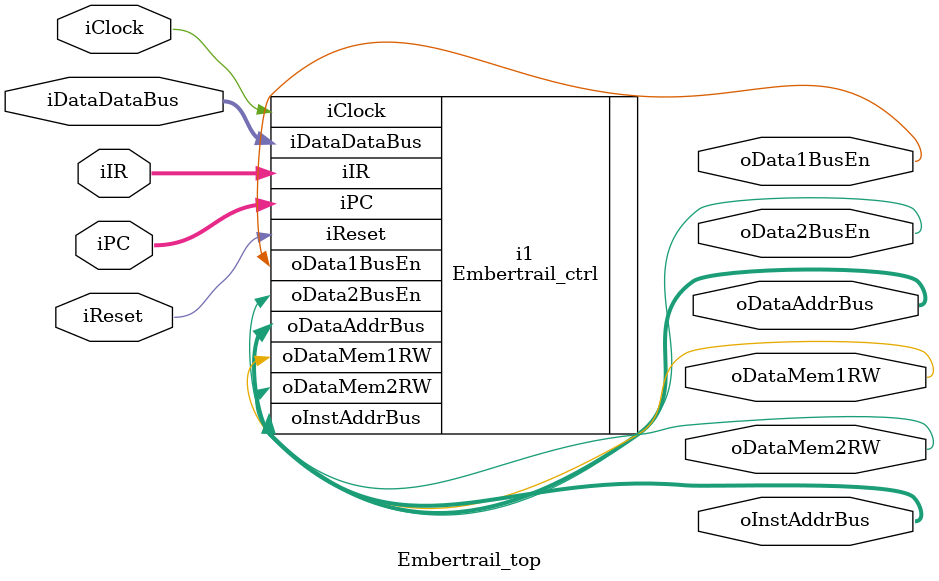
<source format=v>

module Embertrail_top(
input wire iClock,
input wire [31:0] iPC,
input wire [31:0] iIR,
input wire iReset,

input wire [31:0] iDataDataBus,

output wire [31:0] oDataAddrBus,
output wire [15:0] oInstAddrBus,

output wire oDataMem1RW,
output wire oDataMem2RW,
output wire oData1BusEn,
output wire oData2BusEn
);

Embertrail_ctrl i1 (
// port map - connection between master ports and signals/registers   
  .iIR(iIR),
  .iPC(iPC),
  .iReset(iReset),
  .iClock(iClock),
	
  .iDataDataBus(iDataDataBus),  
  .oDataAddrBus(oDataAddrBus),  
  .oInstAddrBus(oInstAddrBus),
  .oDataMem1RW(oDataMem1RW),
  .oDataMem2RW(oDataMem2RW),
  .oData1BusEn(oData1BusEn),
  .oData2BusEn(oData2BusEn)
);

endmodule
</source>
